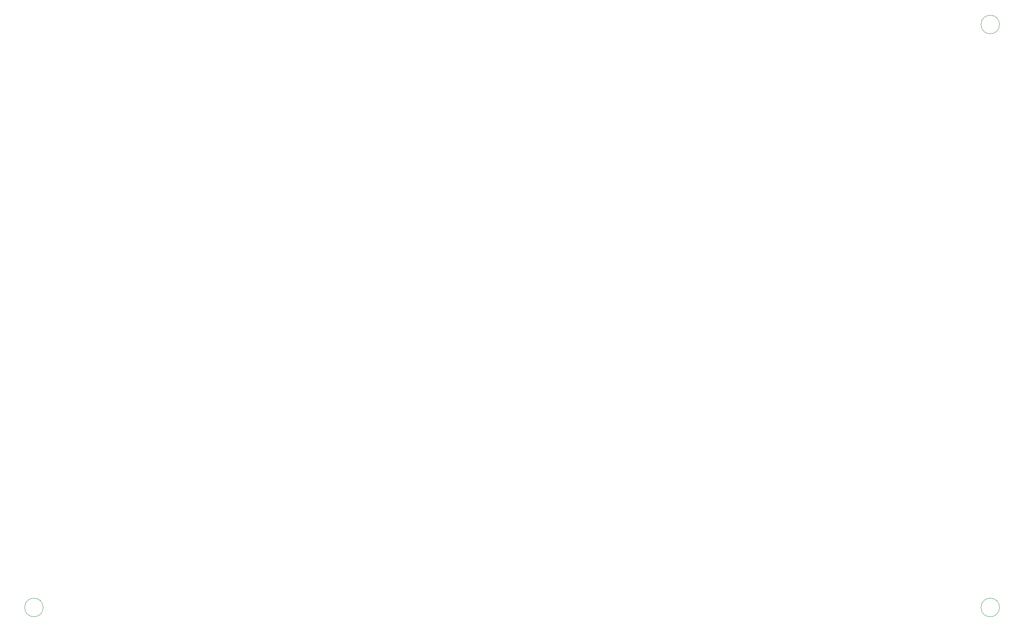
<source format=gko>
G04 Layer_Color=16711935*
%FSLAX24Y24*%
%MOIN*%
G70*
G01*
G75*
%ADD158C,0.0039*%
D158*
X90300Y2700D02*
G03*
X90300Y2700I-800J0D01*
G01*
X90300Y53000D02*
G03*
X90300Y53000I-800J0D01*
G01*
X7800Y2700D02*
G03*
X7800Y2700I-800J0D01*
G01*
M02*

</source>
